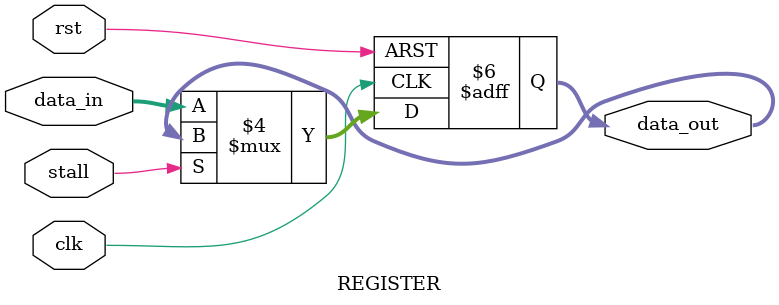
<source format=sv>
module REGISTER #(
    parameter   WIDTH   =   64
)(
    input                   clk,
    input                   rst,
    input                   stall,
    input       [WIDTH-1:0] data_in,
    output  reg [WIDTH-1:0] data_out
);

    always @(posedge clk or negedge rst) begin
        if (!rst) begin
            data_out <= '0;
        end
        else if (stall) begin
            data_out <= data_out;
        end
        else begin
            data_out <= data_in;
        end
    end

endmodule
</source>
